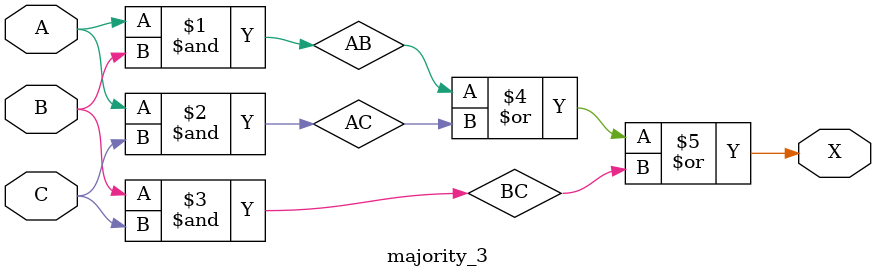
<source format=v>
module majority_3 (
    input A,
    input B,
    input C,
    output X
);

    wire AB, AC, BC;

    assign AB = A & B;
    assign AC = A & C;
    assign BC = B & C;

    assign X = (AB | AC | BC);

endmodule
</source>
